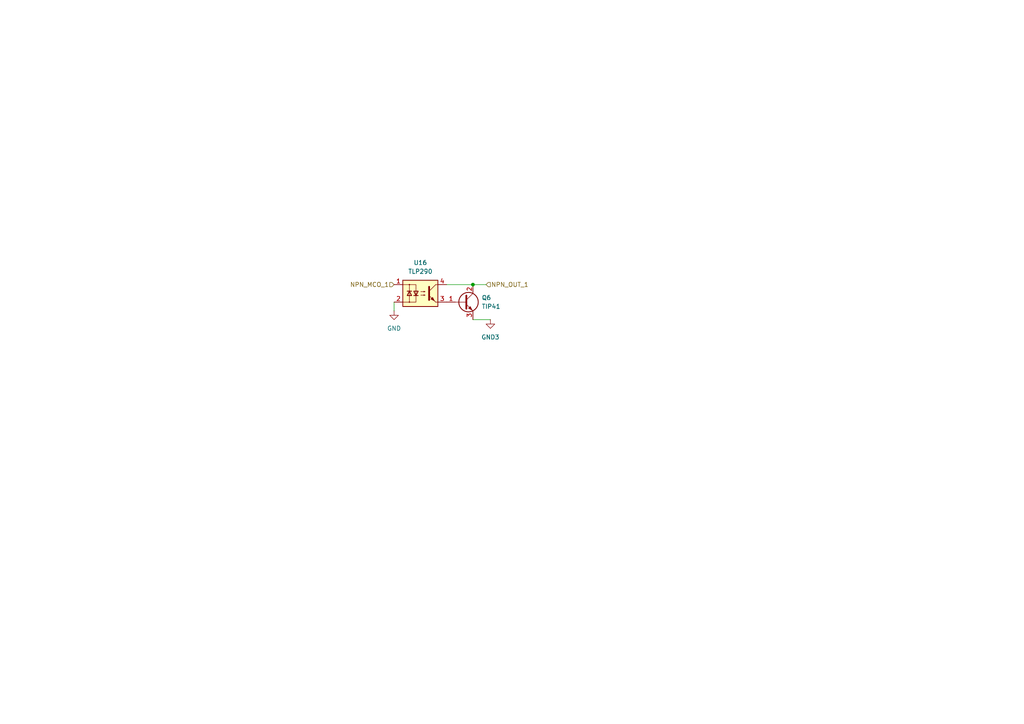
<source format=kicad_sch>
(kicad_sch (version 20250114) (generator "eeschema") (generator_version "9.0")
  (paper "A4")
  (lib_symbols
    (symbol "Isolator:TLP290" (pin_names (offset 1.016))
      (property "Reference" "U" (at -5.08 5.08 0))
      (property "Value" "TLP290" (at 0 5.08 0))
      (symbol "TLP290_0_1"
        (rectangle (start -5.08 3.81) (end 5.08 -3.81) (stroke (width 0.254)) (fill (type background)))
        (polyline (pts (xy -5.08 2.54) (xy -1.27 2.54) (xy -1.27 -0.635)))
        (polyline (pts (xy -3.81 0.635) (xy -2.54 0.635)) (stroke (width 0.254)))
        (circle (center -3.175 2.54) (radius 0.127))
        (polyline (pts (xy -3.175 0.635) (xy -3.81 -0.635) (xy -2.54 -0.635) (xy -3.175 0.635)) (stroke (width 0.254)))
        (polyline (pts (xy -3.175 -0.635) (xy -3.175 2.54)))
        (polyline (pts (xy -3.175 -0.635) (xy -3.175 -2.54)))
        (circle (center -3.175 -2.54) (radius 0.127))
        (polyline (pts (xy -1.905 -0.635) (xy -0.635 -0.635)) (stroke (width 0.254)))
        (polyline (pts (xy -1.27 -0.635) (xy -1.27 -2.54) (xy -5.08 -2.54)))
        (polyline (pts (xy -1.27 -0.635) (xy -1.905 0.635) (xy -0.635 0.635) (xy -1.27 -0.635)) (stroke (width 0.254)))
        (polyline (pts (xy 0.127 0.508) (xy 1.397 0.508) (xy 1.016 0.381) (xy 1.016 0.635) (xy 1.397 0.508)))
        (polyline (pts (xy 0.127 -0.508) (xy 1.397 -0.508) (xy 1.016 -0.635) (xy 1.016 -0.381) (xy 1.397 -0.508)))
        (polyline (pts (xy 2.54 1.905) (xy 2.54 -1.905)) (stroke (width 0.508)))
        (polyline (pts (xy 2.54 0.635) (xy 4.445 2.54)))
        (polyline (pts (xy 3.048 -1.651) (xy 3.556 -1.143) (xy 4.064 -2.159) (xy 3.048 -1.651)) (fill (type outline)))
        (polyline (pts (xy 4.445 2.54) (xy 5.08 2.54)))
        (polyline (pts (xy 4.445 -2.54) (xy 2.54 -0.635)) (fill (type outline)))
        (polyline (pts (xy 4.445 -2.54) (xy 5.08 -2.54)))
      )
      (symbol "TLP290_1_1"
        (pin passive line (at -7.62 2.54 0) (length 2.54) (name "~") (number "1"))
        (pin passive line (at -7.62 -2.54 0) (length 2.54) (name "~") (number "2"))
        (pin passive line (at 7.62 2.54 180) (length 2.54) (name "~") (number "4"))
        (pin passive line (at 7.62 -2.54 180) (length 2.54) (name "~") (number "3"))
      )
    )
    (symbol "Transistor_BJT:TIP41" (pin_names (offset 0) (hide yes))
      (property "Reference" "Q" (at 6.35 1.905 0))
      (property "Value" "TIP41" (at 6.35 0 0))
      (symbol "TIP41_0_1"
        (polyline (pts (xy -2.54 0) (xy 0.635 0)))
        (polyline (pts (xy 0.635 1.905) (xy 0.635 -1.905)) (stroke (width 0.508)))
        (circle (center 1.27 0) (radius 2.8194) (stroke (width 0.254)))
      )
      (symbol "TIP41_1_1"
        (polyline (pts (xy 0.635 0.635) (xy 2.54 2.54)))
        (polyline (pts (xy 0.635 -0.635) (xy 2.54 -2.54)))
        (polyline (pts (xy 1.27 -1.778) (xy 1.778 -1.27) (xy 2.286 -2.286) (xy 1.27 -1.778)) (fill (type outline)))
        (pin input line (at -5.08 0 0) (length 2.54) (name "B") (number "1"))
        (pin passive line (at 2.54 5.08 270) (length 2.54) (name "C") (number "2"))
        (pin passive line (at 2.54 -5.08 90) (length 2.54) (name "E") (number "3"))
      )
    )
    (symbol "power:GND1" (power) (pin_numbers (hide yes)) (pin_names (offset 0) (hide yes))
      (property "Value" "GND1" (at 0 -3.81 0))
      (symbol "GND1_0_1"
        (polyline (pts (xy 0 0) (xy 0 -1.27) (xy 1.27 -1.27) (xy 0 -2.54) (xy -1.27 -1.27) (xy 0 -1.27)))
      )
      (symbol "GND1_1_1"
        (pin power_in line (at 0 0 270) (length 0) (name "~") (number "1"))
      )
    )
    (symbol "power:GND2" (power) (pin_numbers (hide yes)) (pin_names (offset 0) (hide yes))
      (property "Value" "GND2" (at 0 -3.81 0))
      (symbol "GND2_0_1"
        (polyline (pts (xy 0 0) (xy 0 -1.27) (xy 1.27 -1.27) (xy 0 -2.54) (xy -1.27 -1.27) (xy 0 -1.27)))
      )
      (symbol "GND2_1_1"
        (pin power_in line (at 0 0 270) (length 0) (name "~") (number "1"))
      )
    )
  )
  (junction (at 137.16 82.55))
  (wire (pts (xy 129.54 82.55) (xy 137.16 82.55)))
  (wire (pts (xy 137.16 92.71) (xy 142.24 92.71)))
  (wire (pts (xy 114.3 87.63) (xy 114.3 90.17)))
  (wire (pts (xy 137.16 82.55) (xy 140.97 82.55)))
  (hierarchical_label "NPN_MCO_1" (shape input) (at 114.3 82.55 180))
  (hierarchical_label "NPN_OUT_1" (shape input) (at 140.97 82.55 0))
  (symbol (lib_id "power:GND2") (at 142.24 92.71 0) (unit 1)
    (property "Reference" "#PWR063" (effects (hide yes)))
    (property "Value" "GND3" (at 142.24 97.79 0))
    (property "Description" "Power symbol creates a global label with name \"GND2\" , ground" (effects (hide yes)))
    (instances (project "(PLC4uni)" (path "" (reference "#PWR064") (unit 1)) (path "" (reference "#PWR065") (unit 1)) (path "" (reference "#PWR063") (unit 1))))
  )
  (symbol (lib_id "Isolator:TLP290") (at 121.92 85.09 0) (unit 1)
    (property "Reference" "U15" (at 121.92 76.2 0))
    (property "Value" "TLP290" (at 121.92 78.74 0))
    (property "Footprint" "Package_SO:SOP-4_4.4x2.6mm_P1.27mm" (effects (hide yes)))
    (property "Datasheet" "https://toshiba.semicon-storage.com/info/docget.jsp?did=12882&prodName=TLP290" (effects (hide yes)))
    (property "Description" "AC/DC Phototransistor Optocoupler, Vce 80V, CTR 50-600%, not recommended for new designs, SOP4" (effects (hide yes)))
    (instances (project "(PLC4uni)" (path "" (reference "U16") (unit 1)) (path "" (reference "U17") (unit 1)) (path "" (reference "U15") (unit 1))))
  )
  (symbol (lib_id "power:GND1") (at 114.3 90.17 0) (unit 1)
    (property "Reference" "#PWR046" (effects (hide yes)))
    (property "Value" "GND" (at 114.3 95.25 0))
    (property "Description" "Power symbol creates a global label with name \"GND1\" , ground" (effects (hide yes)))
    (instances (project "(PLC4uni)" (path "" (reference "#PWR049") (unit 1)) (path "" (reference "#PWR050") (unit 1)) (path "" (reference "#PWR046") (unit 1))))
  )
  (symbol (lib_id "Transistor_BJT:TIP41") (at 134.62 87.63 0) (unit 1)
    (property "Reference" "Q5" (at 139.7 86.3599 0) (effects (justify left)))
    (property "Value" "TIP41" (at 139.7 88.8999 0) (effects (justify left)))
    (property "Footprint" "Package_TO_SOT_SMD:TO-252-2" (effects (hide yes)))
    (property "Datasheet" "https://www.centralsemi.com/get_document.php?cmp=1&mergetype=pd&mergepath=pd&pdf_id=tip41.PDF" (effects (hide yes)))
    (property "Description" "6A Ic, 40V Vce, Power NPN Transistor, TO-220" (effects (hide yes)))
    (instances (project "(PLC4uni)" (path "" (reference "Q6") (unit 1)) (path "" (reference "Q7") (unit 1)) (path "" (reference "Q5") (unit 1))))
  )
)
</source>
